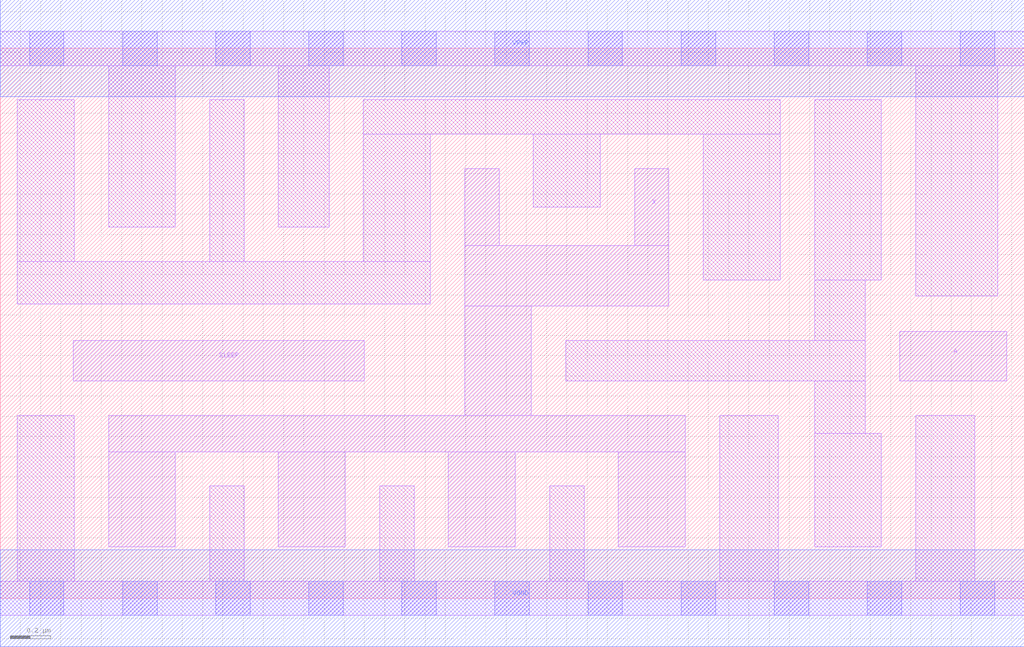
<source format=lef>
# Copyright 2020 The SkyWater PDK Authors
#
# Licensed under the Apache License, Version 2.0 (the "License");
# you may not use this file except in compliance with the License.
# You may obtain a copy of the License at
#
#     https://www.apache.org/licenses/LICENSE-2.0
#
# Unless required by applicable law or agreed to in writing, software
# distributed under the License is distributed on an "AS IS" BASIS,
# WITHOUT WARRANTIES OR CONDITIONS OF ANY KIND, either express or implied.
# See the License for the specific language governing permissions and
# limitations under the License.
#
# SPDX-License-Identifier: Apache-2.0

VERSION 5.7 ;
  NAMESCASESENSITIVE ON ;
  NOWIREEXTENSIONATPIN ON ;
  DIVIDERCHAR "/" ;
  BUSBITCHARS "[]" ;
UNITS
  DATABASE MICRONS 200 ;
END UNITS
MACRO sky130_fd_sc_hd__lpflow_isobufsrc_4
  CLASS CORE ;
  SOURCE USER ;
  FOREIGN sky130_fd_sc_hd__lpflow_isobufsrc_4 ;
  ORIGIN  0.000000  0.000000 ;
  SIZE  5.060000 BY  2.720000 ;
  SYMMETRY X Y R90 ;
  SITE unithd ;
  PIN A
    ANTENNAGATEAREA  0.247500 ;
    DIRECTION INPUT ;
    USE SIGNAL ;
    PORT
      LAYER li1 ;
        RECT 4.445000 1.075000 4.975000 1.320000 ;
    END
  END A
  PIN SLEEP
    ANTENNAGATEAREA  0.990000 ;
    DIRECTION INPUT ;
    USE SIGNAL ;
    PORT
      LAYER li1 ;
        RECT 0.360000 1.075000 1.800000 1.275000 ;
    END
  END SLEEP
  PIN X
    ANTENNADIFFAREA  1.242000 ;
    DIRECTION OUTPUT ;
    USE SIGNAL ;
    PORT
      LAYER li1 ;
        RECT 0.535000 0.255000 0.865000 0.725000 ;
        RECT 0.535000 0.725000 3.385000 0.905000 ;
        RECT 1.375000 0.255000 1.705000 0.725000 ;
        RECT 2.215000 0.255000 2.545000 0.725000 ;
        RECT 2.295000 0.905000 2.625000 1.445000 ;
        RECT 2.295000 1.445000 3.305000 1.745000 ;
        RECT 2.295000 1.745000 2.465000 2.125000 ;
        RECT 3.055000 0.255000 3.385000 0.725000 ;
        RECT 3.135000 1.745000 3.305000 2.125000 ;
    END
  END X
  PIN VGND
    DIRECTION INOUT ;
    SHAPE ABUTMENT ;
    USE GROUND ;
    PORT
      LAYER met1 ;
        RECT 0.000000 -0.240000 5.060000 0.240000 ;
    END
  END VGND
  PIN VPWR
    DIRECTION INOUT ;
    SHAPE ABUTMENT ;
    USE POWER ;
    PORT
      LAYER met1 ;
        RECT 0.000000 2.480000 5.060000 2.960000 ;
    END
  END VPWR
  OBS
    LAYER li1 ;
      RECT 0.000000 -0.085000 5.060000 0.085000 ;
      RECT 0.000000  2.635000 5.060000 2.805000 ;
      RECT 0.085000  0.085000 0.365000 0.905000 ;
      RECT 0.085000  1.455000 2.125000 1.665000 ;
      RECT 0.085000  1.665000 0.365000 2.465000 ;
      RECT 0.535000  1.835000 0.865000 2.635000 ;
      RECT 1.035000  0.085000 1.205000 0.555000 ;
      RECT 1.035000  1.665000 1.205000 2.465000 ;
      RECT 1.375000  1.835000 1.625000 2.635000 ;
      RECT 1.795000  1.665000 2.125000 2.295000 ;
      RECT 1.795000  2.295000 3.855000 2.465000 ;
      RECT 1.875000  0.085000 2.045000 0.555000 ;
      RECT 2.635000  1.935000 2.965000 2.295000 ;
      RECT 2.715000  0.085000 2.885000 0.555000 ;
      RECT 2.795000  1.075000 4.275000 1.275000 ;
      RECT 3.475000  1.575000 3.855000 2.295000 ;
      RECT 3.555000  0.085000 3.845000 0.905000 ;
      RECT 4.025000  0.255000 4.355000 0.815000 ;
      RECT 4.025000  0.815000 4.275000 1.075000 ;
      RECT 4.025000  1.275000 4.275000 1.575000 ;
      RECT 4.025000  1.575000 4.355000 2.465000 ;
      RECT 4.525000  0.085000 4.815000 0.905000 ;
      RECT 4.525000  1.495000 4.930000 2.635000 ;
    LAYER mcon ;
      RECT 0.145000 -0.085000 0.315000 0.085000 ;
      RECT 0.145000  2.635000 0.315000 2.805000 ;
      RECT 0.605000 -0.085000 0.775000 0.085000 ;
      RECT 0.605000  2.635000 0.775000 2.805000 ;
      RECT 1.065000 -0.085000 1.235000 0.085000 ;
      RECT 1.065000  2.635000 1.235000 2.805000 ;
      RECT 1.525000 -0.085000 1.695000 0.085000 ;
      RECT 1.525000  2.635000 1.695000 2.805000 ;
      RECT 1.985000 -0.085000 2.155000 0.085000 ;
      RECT 1.985000  2.635000 2.155000 2.805000 ;
      RECT 2.445000 -0.085000 2.615000 0.085000 ;
      RECT 2.445000  2.635000 2.615000 2.805000 ;
      RECT 2.905000 -0.085000 3.075000 0.085000 ;
      RECT 2.905000  2.635000 3.075000 2.805000 ;
      RECT 3.365000 -0.085000 3.535000 0.085000 ;
      RECT 3.365000  2.635000 3.535000 2.805000 ;
      RECT 3.825000 -0.085000 3.995000 0.085000 ;
      RECT 3.825000  2.635000 3.995000 2.805000 ;
      RECT 4.285000 -0.085000 4.455000 0.085000 ;
      RECT 4.285000  2.635000 4.455000 2.805000 ;
      RECT 4.745000 -0.085000 4.915000 0.085000 ;
      RECT 4.745000  2.635000 4.915000 2.805000 ;
  END
END sky130_fd_sc_hd__lpflow_isobufsrc_4
END LIBRARY

</source>
